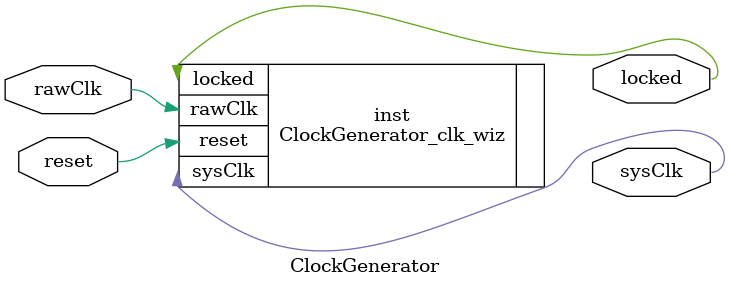
<source format=v>


`timescale 1ps/1ps

(* CORE_GENERATION_INFO = "ClockGenerator,clk_wiz_v6_0_14_0_0,{component_name=ClockGenerator,use_phase_alignment=true,use_min_o_jitter=false,use_max_i_jitter=false,use_dyn_phase_shift=false,use_inclk_switchover=false,use_dyn_reconfig=false,enable_axi=0,feedback_source=FDBK_AUTO,PRIMITIVE=MMCM,num_out_clk=1,clkin1_period=10.000,clkin2_period=10.000,use_power_down=false,use_reset=true,use_locked=true,use_inclk_stopped=false,feedback_type=SINGLE,CLOCK_MGR_TYPE=NA,manual_override=false}" *)

module ClockGenerator 
 (
  // Clock out ports
  output        sysClk,
  // Status and control signals
  input         reset,
  output        locked,
 // Clock in ports
  input         rawClk
 );

  ClockGenerator_clk_wiz inst
  (
  // Clock out ports  
  .sysClk(sysClk),
  // Status and control signals               
  .reset(reset), 
  .locked(locked),
 // Clock in ports
  .rawClk(rawClk)
  );

endmodule

</source>
